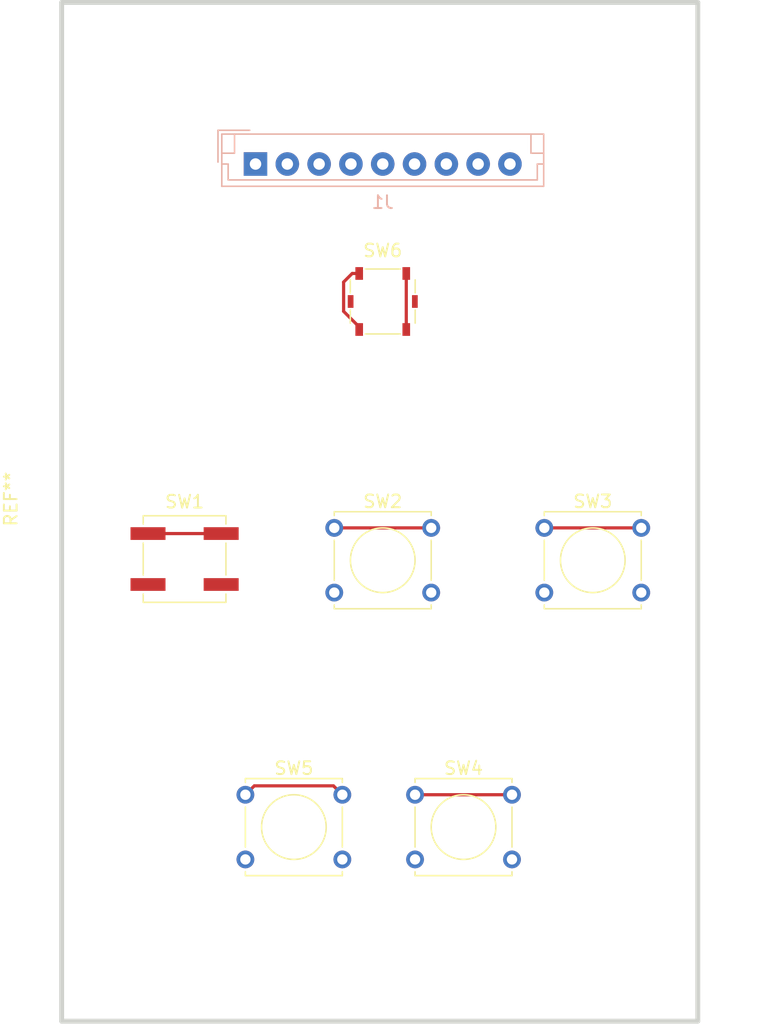
<source format=kicad_pcb>
(kicad_pcb (version 4) (host pcbnew 4.0.7)

  (general
    (links 0)
    (no_connects 18)
    (area 0 0 0 0)
    (thickness 1.6)
    (drawings 0)
    (tracks 13)
    (zones 0)
    (modules 8)
    (nets 9)
  )

  (page A4)
  (layers
    (0 F.Cu signal)
    (31 B.Cu signal)
    (32 B.Adhes user)
    (33 F.Adhes user)
    (34 B.Paste user)
    (35 F.Paste user)
    (36 B.SilkS user)
    (37 F.SilkS user)
    (38 B.Mask user)
    (39 F.Mask user)
    (40 Dwgs.User user)
    (41 Cmts.User user)
    (42 Eco1.User user)
    (43 Eco2.User user)
    (44 Edge.Cuts user)
    (45 Margin user)
    (46 B.CrtYd user)
    (47 F.CrtYd user)
    (48 B.Fab user)
    (49 F.Fab user)
  )

  (setup
    (last_trace_width 0.25)
    (trace_clearance 0.2)
    (zone_clearance 0.508)
    (zone_45_only no)
    (trace_min 0.2)
    (segment_width 0.2)
    (edge_width 0.15)
    (via_size 0.6)
    (via_drill 0.4)
    (via_min_size 0.4)
    (via_min_drill 0.3)
    (uvia_size 0.3)
    (uvia_drill 0.1)
    (uvias_allowed no)
    (uvia_min_size 0.2)
    (uvia_min_drill 0.1)
    (pcb_text_width 0.3)
    (pcb_text_size 1.5 1.5)
    (mod_edge_width 0.15)
    (mod_text_size 1 1)
    (mod_text_width 0.15)
    (pad_size 1.524 1.524)
    (pad_drill 0.762)
    (pad_to_mask_clearance 0.2)
    (aux_axis_origin 0 0)
    (visible_elements FFFFFF7F)
    (pcbplotparams
      (layerselection 0x00030_80000001)
      (usegerberextensions false)
      (excludeedgelayer true)
      (linewidth 0.100000)
      (plotframeref false)
      (viasonmask false)
      (mode 1)
      (useauxorigin false)
      (hpglpennumber 1)
      (hpglpenspeed 20)
      (hpglpendiameter 15)
      (hpglpenoverlay 2)
      (psnegative false)
      (psa4output false)
      (plotreference true)
      (plotvalue true)
      (plotinvisibletext false)
      (padsonsilk false)
      (subtractmaskfromsilk false)
      (outputformat 1)
      (mirror false)
      (drillshape 1)
      (scaleselection 1)
      (outputdirectory ""))
  )

  (net 0 "")
  (net 1 "Net-(J1-Pad1)")
  (net 2 "Net-(J1-Pad2)")
  (net 3 "Net-(J1-Pad4)")
  (net 4 "Net-(J1-Pad5)")
  (net 5 "Net-(J1-Pad6)")
  (net 6 "Net-(J1-Pad7)")
  (net 7 "Net-(J1-Pad8)")
  (net 8 GND)

  (net_class Default "Dies ist die voreingestellte Netzklasse."
    (clearance 0.2)
    (trace_width 0.25)
    (via_dia 0.6)
    (via_drill 0.4)
    (uvia_dia 0.3)
    (uvia_drill 0.1)
    (add_net GND)
    (add_net "Net-(J1-Pad1)")
    (add_net "Net-(J1-Pad2)")
    (add_net "Net-(J1-Pad4)")
    (add_net "Net-(J1-Pad5)")
    (add_net "Net-(J1-Pad6)")
    (add_net "Net-(J1-Pad7)")
    (add_net "Net-(J1-Pad8)")
  )

  (module Connectors_JST:JST_EH_B09B-EH-A_09x2.50mm_Straight (layer B.Cu) (tedit 58A3B0B5) (tstamp 59FF8142)
    (at 141.765 83.82)
    (descr "JST EH series connector, B09B-EH-A, 2.50mm pitch, top entry")
    (tags "connector jst eh top vertical straight")
    (path /5A00F9C7)
    (fp_text reference J1 (at 10 3) (layer B.SilkS)
      (effects (font (size 1 1) (thickness 0.15)) (justify mirror))
    )
    (fp_text value Conn_01x09 (at 10 -3.5) (layer B.Fab)
      (effects (font (size 1 1) (thickness 0.15)) (justify mirror))
    )
    (fp_text user %R (at 10 3) (layer B.Fab)
      (effects (font (size 1 1) (thickness 0.15)) (justify mirror))
    )
    (fp_line (start -2.5 1.6) (end -2.5 -2.2) (layer B.Fab) (width 0.1))
    (fp_line (start -2.5 -2.2) (end 22.5 -2.2) (layer B.Fab) (width 0.1))
    (fp_line (start 22.5 -2.2) (end 22.5 1.6) (layer B.Fab) (width 0.1))
    (fp_line (start 22.5 1.6) (end -2.5 1.6) (layer B.Fab) (width 0.1))
    (fp_line (start -2.65 1.75) (end -2.65 -2.35) (layer B.SilkS) (width 0.12))
    (fp_line (start -2.65 -2.35) (end 22.65 -2.35) (layer B.SilkS) (width 0.12))
    (fp_line (start 22.65 -2.35) (end 22.65 1.75) (layer B.SilkS) (width 0.12))
    (fp_line (start 22.65 1.75) (end -2.65 1.75) (layer B.SilkS) (width 0.12))
    (fp_line (start -2.65 0) (end -2.15 0) (layer B.SilkS) (width 0.12))
    (fp_line (start -2.15 0) (end -2.15 1.25) (layer B.SilkS) (width 0.12))
    (fp_line (start -2.15 1.25) (end 22.15 1.25) (layer B.SilkS) (width 0.12))
    (fp_line (start 22.15 1.25) (end 22.15 0) (layer B.SilkS) (width 0.12))
    (fp_line (start 22.15 0) (end 22.65 0) (layer B.SilkS) (width 0.12))
    (fp_line (start -2.65 -0.85) (end -1.65 -0.85) (layer B.SilkS) (width 0.12))
    (fp_line (start -1.65 -0.85) (end -1.65 -2.35) (layer B.SilkS) (width 0.12))
    (fp_line (start 22.65 -0.85) (end 21.65 -0.85) (layer B.SilkS) (width 0.12))
    (fp_line (start 21.65 -0.85) (end 21.65 -2.35) (layer B.SilkS) (width 0.12))
    (fp_line (start -2.95 -0.15) (end -2.95 -2.65) (layer B.SilkS) (width 0.12))
    (fp_line (start -2.95 -2.65) (end -0.45 -2.65) (layer B.SilkS) (width 0.12))
    (fp_line (start -2.95 -0.15) (end -2.95 -2.65) (layer B.Fab) (width 0.1))
    (fp_line (start -2.95 -2.65) (end -0.45 -2.65) (layer B.Fab) (width 0.1))
    (fp_line (start -3.15 2.25) (end -3.15 -2.85) (layer B.CrtYd) (width 0.05))
    (fp_line (start -3.15 -2.85) (end 23.15 -2.85) (layer B.CrtYd) (width 0.05))
    (fp_line (start 23.15 -2.85) (end 23.15 2.25) (layer B.CrtYd) (width 0.05))
    (fp_line (start 23.15 2.25) (end -3.15 2.25) (layer B.CrtYd) (width 0.05))
    (pad 1 thru_hole rect (at 0 0) (size 1.85 1.85) (drill 0.9) (layers *.Cu *.Mask)
      (net 1 "Net-(J1-Pad1)"))
    (pad 2 thru_hole circle (at 2.5 0) (size 1.85 1.85) (drill 0.9) (layers *.Cu *.Mask)
      (net 2 "Net-(J1-Pad2)"))
    (pad 3 thru_hole circle (at 5 0) (size 1.85 1.85) (drill 0.9) (layers *.Cu *.Mask))
    (pad 4 thru_hole circle (at 7.5 0) (size 1.85 1.85) (drill 0.9) (layers *.Cu *.Mask)
      (net 3 "Net-(J1-Pad4)"))
    (pad 5 thru_hole circle (at 10 0) (size 1.85 1.85) (drill 0.9) (layers *.Cu *.Mask)
      (net 4 "Net-(J1-Pad5)"))
    (pad 6 thru_hole circle (at 12.5 0) (size 1.85 1.85) (drill 0.9) (layers *.Cu *.Mask)
      (net 5 "Net-(J1-Pad6)"))
    (pad 7 thru_hole circle (at 15 0) (size 1.85 1.85) (drill 0.9) (layers *.Cu *.Mask)
      (net 6 "Net-(J1-Pad7)"))
    (pad 8 thru_hole circle (at 17.5 0) (size 1.85 1.85) (drill 0.9) (layers *.Cu *.Mask)
      (net 7 "Net-(J1-Pad8)"))
    (pad 9 thru_hole circle (at 20 0) (size 1.85 1.85) (drill 0.9) (layers *.Cu *.Mask)
      (net 8 GND))
    (model Connectors_JST.3dshapes/JST_EH_B09B-EH-A_09x2.50mm_Straight.wrl
      (at (xyz 0 0 0))
      (scale (xyz 1 1 1))
      (rotate (xyz 0 0 0))
    )
  )

  (module Buttons_Switches_SMD:SW_SPST_B3SL-1002P (layer F.Cu) (tedit 58724122) (tstamp 59FF814A)
    (at 136.19 114.84)
    (descr "Middle Stroke Tactile Switch, B3SL")
    (tags "Middle Stroke Tactile Switch")
    (path /5A00F79C)
    (attr smd)
    (fp_text reference SW1 (at 0 -4.5) (layer F.SilkS)
      (effects (font (size 1 1) (thickness 0.15)))
    )
    (fp_text value SW_Push (at 0 4.75) (layer F.Fab)
      (effects (font (size 1 1) (thickness 0.15)))
    )
    (fp_text user %R (at 0 -4.5) (layer F.Fab)
      (effects (font (size 1 1) (thickness 0.15)))
    )
    (fp_circle (center 0 0) (end 1.25 0) (layer F.Fab) (width 0.1))
    (fp_line (start -4.5 3.65) (end 4.5 3.65) (layer F.CrtYd) (width 0.05))
    (fp_line (start 4.5 3.65) (end 4.5 -3.65) (layer F.CrtYd) (width 0.05))
    (fp_line (start 4.5 -3.65) (end -4.5 -3.65) (layer F.CrtYd) (width 0.05))
    (fp_line (start -4.5 -3.65) (end -4.5 3.65) (layer F.CrtYd) (width 0.05))
    (fp_line (start 3.25 2.75) (end 3.25 3.4) (layer F.SilkS) (width 0.12))
    (fp_line (start 3.25 3.4) (end -3.25 3.4) (layer F.SilkS) (width 0.12))
    (fp_line (start -3.25 3.4) (end -3.25 2.75) (layer F.SilkS) (width 0.12))
    (fp_line (start 3.25 -2.75) (end 3.25 -3.4) (layer F.SilkS) (width 0.12))
    (fp_line (start 3.25 -3.4) (end -3.25 -3.4) (layer F.SilkS) (width 0.12))
    (fp_line (start -3.25 -3.4) (end -3.25 -2.75) (layer F.SilkS) (width 0.12))
    (fp_line (start 3.25 -1.25) (end 3.25 1.25) (layer F.SilkS) (width 0.12))
    (fp_line (start -3.25 -1.25) (end -3.25 1.25) (layer F.SilkS) (width 0.12))
    (fp_line (start -3.1 -3.25) (end 3.1 -3.25) (layer F.Fab) (width 0.1))
    (fp_line (start 3.1 -3.25) (end 3.1 3.25) (layer F.Fab) (width 0.1))
    (fp_line (start 3.1 3.25) (end -3.1 3.25) (layer F.Fab) (width 0.1))
    (fp_line (start -3.1 3.25) (end -3.1 -3.25) (layer F.Fab) (width 0.1))
    (pad 1 smd rect (at -2.875 -2) (size 2.75 1) (layers F.Cu F.Paste F.Mask)
      (net 3 "Net-(J1-Pad4)"))
    (pad 1 smd rect (at 2.875 -2) (size 2.75 1) (layers F.Cu F.Paste F.Mask)
      (net 3 "Net-(J1-Pad4)"))
    (pad 2 smd rect (at 2.875 2) (size 2.75 1) (layers F.Cu F.Paste F.Mask)
      (net 8 GND))
    (pad 2 smd rect (at -2.875 2) (size 2.75 1) (layers F.Cu F.Paste F.Mask)
      (net 8 GND))
    (model ${KISYS3DMOD}/Buttons_Switches_SMD.3dshapes/SW_SPST_B3SL-1002P.wrl
      (at (xyz 0 0 0))
      (scale (xyz 1 1 1))
      (rotate (xyz 0 0 0))
    )
  )

  (module Buttons_Switches_THT:SW_Tactile_Straight_KSA0Axx1LFTR (layer F.Cu) (tedit 592E7E11) (tstamp 59FF8152)
    (at 147.955 112.395)
    (descr "SW PUSH SMALL http://www.ckswitches.com/media/1457/ksa_ksl.pdf")
    (tags "SW PUSH SMALL Tactile C&K")
    (path /5A00F7DD)
    (fp_text reference SW2 (at 3.81 -2.08) (layer F.SilkS)
      (effects (font (size 1 1) (thickness 0.15)))
    )
    (fp_text value SW_Push (at 3.81 7.28) (layer F.Fab)
      (effects (font (size 1 1) (thickness 0.15)))
    )
    (fp_line (start 7.51 6.24) (end 0.11 6.24) (layer F.Fab) (width 0.1))
    (fp_line (start 7.51 -1.16) (end 7.51 6.24) (layer F.Fab) (width 0.1))
    (fp_line (start 0.11 -1.16) (end 7.51 -1.16) (layer F.Fab) (width 0.1))
    (fp_line (start 0.11 6.24) (end 0.11 -1.16) (layer F.Fab) (width 0.1))
    (fp_text user %R (at 3.81 2.54) (layer F.Fab)
      (effects (font (size 1 1) (thickness 0.15)))
    )
    (fp_line (start 0 -1.27) (end 7.62 -1.27) (layer F.SilkS) (width 0.12))
    (fp_line (start 7.62 -1.27) (end 7.62 -0.97) (layer F.SilkS) (width 0.12))
    (fp_line (start 7.62 6.35) (end 0 6.35) (layer F.SilkS) (width 0.12))
    (fp_line (start 0 -1.27) (end 0 -0.97) (layer F.SilkS) (width 0.12))
    (fp_line (start 7.62 0.97) (end 7.62 4.11) (layer F.SilkS) (width 0.12))
    (fp_line (start 0 0.97) (end 0 4.11) (layer F.SilkS) (width 0.12))
    (fp_line (start -0.95 -1.41) (end 8.57 -1.41) (layer F.CrtYd) (width 0.05))
    (fp_line (start -0.95 -1.41) (end -0.95 6.49) (layer F.CrtYd) (width 0.05))
    (fp_line (start 8.57 6.49) (end 8.57 -1.41) (layer F.CrtYd) (width 0.05))
    (fp_line (start 8.57 6.49) (end -0.95 6.49) (layer F.CrtYd) (width 0.05))
    (fp_line (start 7.62 6.05) (end 7.62 6.35) (layer F.SilkS) (width 0.12))
    (fp_line (start 0 6.05) (end 0 6.35) (layer F.SilkS) (width 0.12))
    (fp_circle (center 3.81 2.54) (end 3.81 0) (layer F.SilkS) (width 0.12))
    (pad 1 thru_hole circle (at 7.62 0) (size 1.397 1.397) (drill 0.8128) (layers *.Cu *.Mask)
      (net 4 "Net-(J1-Pad5)"))
    (pad 2 thru_hole circle (at 7.62 5.08) (size 1.397 1.397) (drill 0.8128) (layers *.Cu *.Mask)
      (net 8 GND))
    (pad 1 thru_hole circle (at 0 0) (size 1.397 1.397) (drill 0.8128) (layers *.Cu *.Mask)
      (net 4 "Net-(J1-Pad5)"))
    (pad 2 thru_hole circle (at 0 5.08) (size 1.397 1.397) (drill 0.8128) (layers *.Cu *.Mask)
      (net 8 GND))
    (model ${KISYS3DMOD}/Buttons_Switches_THT.3dshapes/SW_Tactile_Straight_KSA0Axx1LFTR.wrl
      (at (xyz 0 0 0))
      (scale (xyz 1 1 1))
      (rotate (xyz 0 0 0))
    )
  )

  (module Buttons_Switches_THT:SW_Tactile_Straight_KSA0Axx1LFTR (layer F.Cu) (tedit 592E7E11) (tstamp 59FF815A)
    (at 164.465 112.395)
    (descr "SW PUSH SMALL http://www.ckswitches.com/media/1457/ksa_ksl.pdf")
    (tags "SW PUSH SMALL Tactile C&K")
    (path /5A00F806)
    (fp_text reference SW3 (at 3.81 -2.08) (layer F.SilkS)
      (effects (font (size 1 1) (thickness 0.15)))
    )
    (fp_text value SW_Push (at 3.81 7.28) (layer F.Fab)
      (effects (font (size 1 1) (thickness 0.15)))
    )
    (fp_line (start 7.51 6.24) (end 0.11 6.24) (layer F.Fab) (width 0.1))
    (fp_line (start 7.51 -1.16) (end 7.51 6.24) (layer F.Fab) (width 0.1))
    (fp_line (start 0.11 -1.16) (end 7.51 -1.16) (layer F.Fab) (width 0.1))
    (fp_line (start 0.11 6.24) (end 0.11 -1.16) (layer F.Fab) (width 0.1))
    (fp_text user %R (at 3.81 2.54) (layer F.Fab)
      (effects (font (size 1 1) (thickness 0.15)))
    )
    (fp_line (start 0 -1.27) (end 7.62 -1.27) (layer F.SilkS) (width 0.12))
    (fp_line (start 7.62 -1.27) (end 7.62 -0.97) (layer F.SilkS) (width 0.12))
    (fp_line (start 7.62 6.35) (end 0 6.35) (layer F.SilkS) (width 0.12))
    (fp_line (start 0 -1.27) (end 0 -0.97) (layer F.SilkS) (width 0.12))
    (fp_line (start 7.62 0.97) (end 7.62 4.11) (layer F.SilkS) (width 0.12))
    (fp_line (start 0 0.97) (end 0 4.11) (layer F.SilkS) (width 0.12))
    (fp_line (start -0.95 -1.41) (end 8.57 -1.41) (layer F.CrtYd) (width 0.05))
    (fp_line (start -0.95 -1.41) (end -0.95 6.49) (layer F.CrtYd) (width 0.05))
    (fp_line (start 8.57 6.49) (end 8.57 -1.41) (layer F.CrtYd) (width 0.05))
    (fp_line (start 8.57 6.49) (end -0.95 6.49) (layer F.CrtYd) (width 0.05))
    (fp_line (start 7.62 6.05) (end 7.62 6.35) (layer F.SilkS) (width 0.12))
    (fp_line (start 0 6.05) (end 0 6.35) (layer F.SilkS) (width 0.12))
    (fp_circle (center 3.81 2.54) (end 3.81 0) (layer F.SilkS) (width 0.12))
    (pad 1 thru_hole circle (at 7.62 0) (size 1.397 1.397) (drill 0.8128) (layers *.Cu *.Mask)
      (net 5 "Net-(J1-Pad6)"))
    (pad 2 thru_hole circle (at 7.62 5.08) (size 1.397 1.397) (drill 0.8128) (layers *.Cu *.Mask)
      (net 8 GND))
    (pad 1 thru_hole circle (at 0 0) (size 1.397 1.397) (drill 0.8128) (layers *.Cu *.Mask)
      (net 5 "Net-(J1-Pad6)"))
    (pad 2 thru_hole circle (at 0 5.08) (size 1.397 1.397) (drill 0.8128) (layers *.Cu *.Mask)
      (net 8 GND))
    (model ${KISYS3DMOD}/Buttons_Switches_THT.3dshapes/SW_Tactile_Straight_KSA0Axx1LFTR.wrl
      (at (xyz 0 0 0))
      (scale (xyz 1 1 1))
      (rotate (xyz 0 0 0))
    )
  )

  (module Buttons_Switches_THT:SW_Tactile_Straight_KSA0Axx1LFTR (layer F.Cu) (tedit 592E7E11) (tstamp 59FF8162)
    (at 154.305 133.35)
    (descr "SW PUSH SMALL http://www.ckswitches.com/media/1457/ksa_ksl.pdf")
    (tags "SW PUSH SMALL Tactile C&K")
    (path /5A00F83E)
    (fp_text reference SW4 (at 3.81 -2.08) (layer F.SilkS)
      (effects (font (size 1 1) (thickness 0.15)))
    )
    (fp_text value SW_Push (at 3.81 7.28) (layer F.Fab)
      (effects (font (size 1 1) (thickness 0.15)))
    )
    (fp_line (start 7.51 6.24) (end 0.11 6.24) (layer F.Fab) (width 0.1))
    (fp_line (start 7.51 -1.16) (end 7.51 6.24) (layer F.Fab) (width 0.1))
    (fp_line (start 0.11 -1.16) (end 7.51 -1.16) (layer F.Fab) (width 0.1))
    (fp_line (start 0.11 6.24) (end 0.11 -1.16) (layer F.Fab) (width 0.1))
    (fp_text user %R (at 3.81 2.54) (layer F.Fab)
      (effects (font (size 1 1) (thickness 0.15)))
    )
    (fp_line (start 0 -1.27) (end 7.62 -1.27) (layer F.SilkS) (width 0.12))
    (fp_line (start 7.62 -1.27) (end 7.62 -0.97) (layer F.SilkS) (width 0.12))
    (fp_line (start 7.62 6.35) (end 0 6.35) (layer F.SilkS) (width 0.12))
    (fp_line (start 0 -1.27) (end 0 -0.97) (layer F.SilkS) (width 0.12))
    (fp_line (start 7.62 0.97) (end 7.62 4.11) (layer F.SilkS) (width 0.12))
    (fp_line (start 0 0.97) (end 0 4.11) (layer F.SilkS) (width 0.12))
    (fp_line (start -0.95 -1.41) (end 8.57 -1.41) (layer F.CrtYd) (width 0.05))
    (fp_line (start -0.95 -1.41) (end -0.95 6.49) (layer F.CrtYd) (width 0.05))
    (fp_line (start 8.57 6.49) (end 8.57 -1.41) (layer F.CrtYd) (width 0.05))
    (fp_line (start 8.57 6.49) (end -0.95 6.49) (layer F.CrtYd) (width 0.05))
    (fp_line (start 7.62 6.05) (end 7.62 6.35) (layer F.SilkS) (width 0.12))
    (fp_line (start 0 6.05) (end 0 6.35) (layer F.SilkS) (width 0.12))
    (fp_circle (center 3.81 2.54) (end 3.81 0) (layer F.SilkS) (width 0.12))
    (pad 1 thru_hole circle (at 7.62 0) (size 1.397 1.397) (drill 0.8128) (layers *.Cu *.Mask)
      (net 6 "Net-(J1-Pad7)"))
    (pad 2 thru_hole circle (at 7.62 5.08) (size 1.397 1.397) (drill 0.8128) (layers *.Cu *.Mask)
      (net 8 GND))
    (pad 1 thru_hole circle (at 0 0) (size 1.397 1.397) (drill 0.8128) (layers *.Cu *.Mask)
      (net 6 "Net-(J1-Pad7)"))
    (pad 2 thru_hole circle (at 0 5.08) (size 1.397 1.397) (drill 0.8128) (layers *.Cu *.Mask)
      (net 8 GND))
    (model ${KISYS3DMOD}/Buttons_Switches_THT.3dshapes/SW_Tactile_Straight_KSA0Axx1LFTR.wrl
      (at (xyz 0 0 0))
      (scale (xyz 1 1 1))
      (rotate (xyz 0 0 0))
    )
  )

  (module Buttons_Switches_THT:SW_Tactile_Straight_KSA0Axx1LFTR (layer F.Cu) (tedit 592E7E11) (tstamp 59FF816A)
    (at 140.97 133.35)
    (descr "SW PUSH SMALL http://www.ckswitches.com/media/1457/ksa_ksl.pdf")
    (tags "SW PUSH SMALL Tactile C&K")
    (path /5A00F87D)
    (fp_text reference SW5 (at 3.81 -2.08) (layer F.SilkS)
      (effects (font (size 1 1) (thickness 0.15)))
    )
    (fp_text value SW_Push (at 3.81 7.28) (layer F.Fab)
      (effects (font (size 1 1) (thickness 0.15)))
    )
    (fp_line (start 7.51 6.24) (end 0.11 6.24) (layer F.Fab) (width 0.1))
    (fp_line (start 7.51 -1.16) (end 7.51 6.24) (layer F.Fab) (width 0.1))
    (fp_line (start 0.11 -1.16) (end 7.51 -1.16) (layer F.Fab) (width 0.1))
    (fp_line (start 0.11 6.24) (end 0.11 -1.16) (layer F.Fab) (width 0.1))
    (fp_text user %R (at 3.81 2.54) (layer F.Fab)
      (effects (font (size 1 1) (thickness 0.15)))
    )
    (fp_line (start 0 -1.27) (end 7.62 -1.27) (layer F.SilkS) (width 0.12))
    (fp_line (start 7.62 -1.27) (end 7.62 -0.97) (layer F.SilkS) (width 0.12))
    (fp_line (start 7.62 6.35) (end 0 6.35) (layer F.SilkS) (width 0.12))
    (fp_line (start 0 -1.27) (end 0 -0.97) (layer F.SilkS) (width 0.12))
    (fp_line (start 7.62 0.97) (end 7.62 4.11) (layer F.SilkS) (width 0.12))
    (fp_line (start 0 0.97) (end 0 4.11) (layer F.SilkS) (width 0.12))
    (fp_line (start -0.95 -1.41) (end 8.57 -1.41) (layer F.CrtYd) (width 0.05))
    (fp_line (start -0.95 -1.41) (end -0.95 6.49) (layer F.CrtYd) (width 0.05))
    (fp_line (start 8.57 6.49) (end 8.57 -1.41) (layer F.CrtYd) (width 0.05))
    (fp_line (start 8.57 6.49) (end -0.95 6.49) (layer F.CrtYd) (width 0.05))
    (fp_line (start 7.62 6.05) (end 7.62 6.35) (layer F.SilkS) (width 0.12))
    (fp_line (start 0 6.05) (end 0 6.35) (layer F.SilkS) (width 0.12))
    (fp_circle (center 3.81 2.54) (end 3.81 0) (layer F.SilkS) (width 0.12))
    (pad 1 thru_hole circle (at 7.62 0) (size 1.397 1.397) (drill 0.8128) (layers *.Cu *.Mask)
      (net 7 "Net-(J1-Pad8)"))
    (pad 2 thru_hole circle (at 7.62 5.08) (size 1.397 1.397) (drill 0.8128) (layers *.Cu *.Mask)
      (net 8 GND))
    (pad 1 thru_hole circle (at 0 0) (size 1.397 1.397) (drill 0.8128) (layers *.Cu *.Mask)
      (net 7 "Net-(J1-Pad8)"))
    (pad 2 thru_hole circle (at 0 5.08) (size 1.397 1.397) (drill 0.8128) (layers *.Cu *.Mask)
      (net 8 GND))
    (model ${KISYS3DMOD}/Buttons_Switches_THT.3dshapes/SW_Tactile_Straight_KSA0Axx1LFTR.wrl
      (at (xyz 0 0 0))
      (scale (xyz 1 1 1))
      (rotate (xyz 0 0 0))
    )
  )

  (module Buttons_Switches_SMD:SW_SPST_Panasonic_EVQPL_3PL_5PL_PT_A08 (layer F.Cu) (tedit 58F9FBC2) (tstamp 59FF8174)
    (at 151.765 94.615)
    (descr "Light Touch Switch, http://industrial.panasonic.com/cdbs/www-data/pdf/ATK0000/ATK0000CE3.pdf")
    (tags "SMD SMT SPST EVQPL EVQPT")
    (path /5A00DD03)
    (attr smd)
    (fp_text reference SW6 (at 0 -4) (layer F.SilkS)
      (effects (font (size 1 1) (thickness 0.15)))
    )
    (fp_text value Rotary_Encoder (at 0 4) (layer F.Fab)
      (effects (font (size 1 1) (thickness 0.15)))
    )
    (fp_text user %R (at 0 -4) (layer F.Fab)
      (effects (font (size 1 1) (thickness 0.15)))
    )
    (fp_line (start -2.55 -1.7) (end -2.55 -0.675) (layer F.SilkS) (width 0.12))
    (fp_line (start -1.375 -2.55) (end 1.375 -2.55) (layer F.SilkS) (width 0.12))
    (fp_line (start -3.25 -3.2) (end 3.25 -3.2) (layer F.CrtYd) (width 0.05))
    (fp_circle (center 0 0) (end 1.2 0) (layer F.Fab) (width 0.1))
    (fp_line (start 2.45 2.45) (end -2.45 2.45) (layer F.Fab) (width 0.1))
    (fp_line (start 2.45 -2.45) (end 2.45 2.45) (layer F.Fab) (width 0.1))
    (fp_line (start -2.45 -2.45) (end 2.45 -2.45) (layer F.Fab) (width 0.1))
    (fp_line (start -2.45 -2.45) (end -2.45 2.45) (layer F.Fab) (width 0.1))
    (fp_line (start -3.25 3.2) (end 3.25 3.2) (layer F.CrtYd) (width 0.05))
    (fp_line (start -3.25 3.2) (end -3.25 -3.2) (layer F.CrtYd) (width 0.05))
    (fp_line (start 3.25 3.2) (end 3.25 -3.2) (layer F.CrtYd) (width 0.05))
    (fp_line (start -1.375 2.55) (end 1.375 2.55) (layer F.SilkS) (width 0.12))
    (fp_line (start -2.55 0.675) (end -2.55 1.7) (layer F.SilkS) (width 0.12))
    (fp_line (start 2.55 -1.7) (end 2.55 -0.675) (layer F.SilkS) (width 0.12))
    (fp_line (start 2.55 0.675) (end 2.55 1.7) (layer F.SilkS) (width 0.12))
    (pad 1 smd rect (at -1.85 2.2) (size 0.6 1) (layers F.Cu F.Paste F.Mask)
      (net 1 "Net-(J1-Pad1)"))
    (pad 1 smd rect (at -1.85 -2.2) (size 0.6 1) (layers F.Cu F.Paste F.Mask)
      (net 1 "Net-(J1-Pad1)"))
    (pad 2 smd rect (at 1.85 -2.2) (size 0.6 1) (layers F.Cu F.Paste F.Mask)
      (net 2 "Net-(J1-Pad2)"))
    (pad 2 smd rect (at 1.85 2.2) (size 0.6 1) (layers F.Cu F.Paste F.Mask)
      (net 2 "Net-(J1-Pad2)"))
    (pad 0 smd rect (at -2.525 0) (size 0.45 1) (layers F.Cu F.Paste F.Mask))
    (pad 0 smd rect (at 2.525 0) (size 0.45 1) (layers F.Cu F.Paste F.Mask))
    (model ${KISYS3DMOD}/Buttons_Switches_SMD.3dshapes/SW_SPST_Panasonic_EVQPL_3PL_5PL_PT_A08.wrl
      (at (xyz 0 0 0))
      (scale (xyz 1 1 1))
      (rotate (xyz 0 0 0))
    )
  )

  (module EuroBoard_Outline:EuroBoard_viertel_Type-I_80mmX50mm_holes (layer F.Cu) (tedit 0) (tstamp 59FF8224)
    (at 176.53 151.13 90)
    (descr "Outline, Eurocard 1/4, Type I,  80x50mm, with holes 3,5mm,")
    (tags "Outline, Eurocard 1/4, Type I, 80x50mm, with holes 3,5mm,")
    (fp_text reference REF** (at 41.00068 -54.0004 90) (layer F.SilkS)
      (effects (font (size 1 1) (thickness 0.15)))
    )
    (fp_text value EuroBoard_viertel_Type-I_80mmX50mm_holes (at 41.9989 5.00126 90) (layer F.Fab)
      (effects (font (size 1 1) (thickness 0.15)))
    )
    (fp_line (start 0 0) (end 0 -49.9999) (layer Edge.Cuts) (width 0.381))
    (fp_line (start 0 -49.9999) (end 79.99984 -49.9999) (layer Edge.Cuts) (width 0.381))
    (fp_line (start 79.99984 -49.9999) (end 79.99984 0) (layer Edge.Cuts) (width 0.381))
    (fp_line (start 79.99984 0) (end 0 0) (layer Edge.Cuts) (width 0.381))
    (pad "" np_thru_hole circle (at 5.00126 -5.00126 90) (size 3.50012 3.50012) (drill 3.50012) (layers *.Cu *.Mask))
    (pad "" np_thru_hole circle (at 5.00126 -45.00118 90) (size 3.50012 3.50012) (drill 3.50012) (layers *.Cu *.Mask))
    (pad "" np_thru_hole circle (at 75.00112 -45.00118 90) (size 3.50012 3.50012) (drill 3.50012) (layers *.Cu *.Mask))
    (pad "" np_thru_hole circle (at 75.00112 -5.00126 90) (size 3.50012 3.50012) (drill 3.50012) (layers *.Cu *.Mask))
  )

  (segment (start 149.915 92.415) (end 149.365 92.415) (width 0.25) (layer F.Cu) (net 1))
  (segment (start 149.365 92.415) (end 148.689999 93.090001) (width 0.25) (layer F.Cu) (net 1))
  (segment (start 148.689999 93.090001) (end 148.689999 95.389999) (width 0.25) (layer F.Cu) (net 1))
  (segment (start 148.689999 95.389999) (end 149.915 96.615) (width 0.25) (layer F.Cu) (net 1))
  (segment (start 149.915 96.615) (end 149.915 96.815) (width 0.25) (layer F.Cu) (net 1))
  (segment (start 153.615 92.415) (end 153.615 96.815) (width 0.25) (layer F.Cu) (net 2))
  (segment (start 133.315 112.84) (end 139.065 112.84) (width 0.25) (layer F.Cu) (net 3))
  (segment (start 155.575 112.395) (end 147.955 112.395) (width 0.25) (layer F.Cu) (net 4))
  (segment (start 164.465 112.395) (end 172.085 112.395) (width 0.25) (layer F.Cu) (net 5))
  (segment (start 154.305 133.35) (end 161.925 133.35) (width 0.25) (layer F.Cu) (net 6))
  (segment (start 148.59 133.35) (end 147.891501 132.651501) (width 0.25) (layer F.Cu) (net 7))
  (segment (start 147.891501 132.651501) (end 141.668499 132.651501) (width 0.25) (layer F.Cu) (net 7))
  (segment (start 141.668499 132.651501) (end 140.97 133.35) (width 0.25) (layer F.Cu) (net 7))

)

</source>
